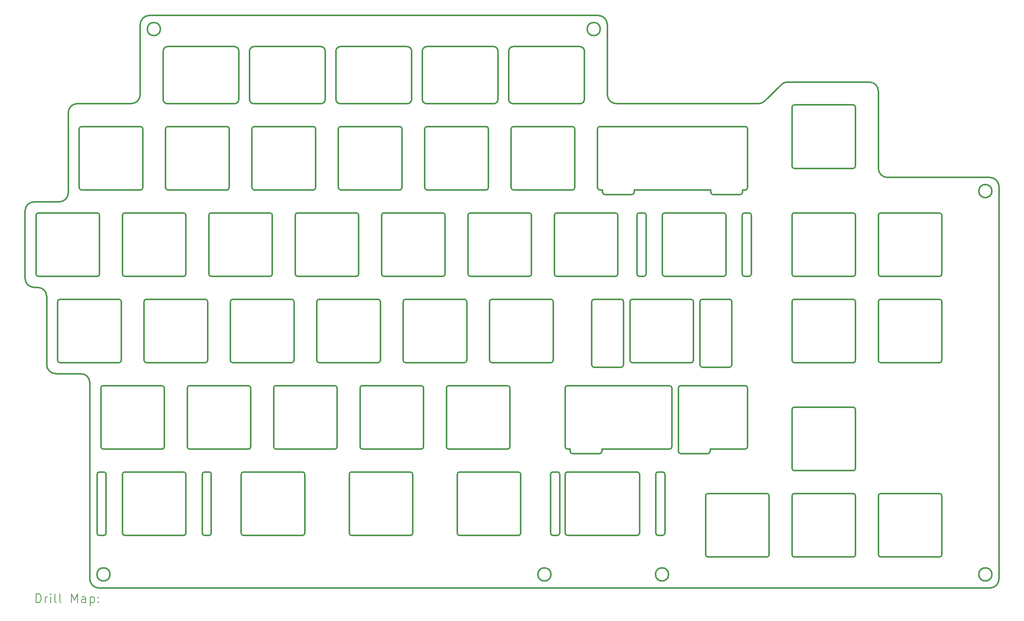
<source format=gbr>
%FSLAX45Y45*%
G04 Gerber Fmt 4.5, Leading zero omitted, Abs format (unit mm)*
G04 Created by KiCad (PCBNEW (6.0.5)) date 2022-07-28 20:29:54*
%MOMM*%
%LPD*%
G01*
G04 APERTURE LIST*
%TA.AperFunction,Profile*%
%ADD10C,0.300000*%
%TD*%
%ADD11C,0.200000*%
G04 APERTURE END LIST*
D10*
X14157280Y-8459645D02*
X14157280Y-7159645D01*
X17779155Y-9014635D02*
G75*
G03*
X17729155Y-9064645I5J-50005D01*
G01*
X12914175Y-3541845D02*
G75*
G03*
X12814180Y-3441845I-99995J5D01*
G01*
X23206030Y-13350895D02*
X23206030Y-14650895D01*
X9316030Y-10919645D02*
X8016030Y-10919645D01*
X5818525Y-15184645D02*
G75*
G03*
X6018530Y-15384645I200005J5D01*
G01*
X15269155Y-12824645D02*
X13969155Y-12824645D01*
X6729180Y-4699645D02*
G75*
G03*
X6929180Y-4499645I0J200000D01*
G01*
X15978530Y-12874645D02*
X15978530Y-14174645D01*
X18602905Y-12319635D02*
G75*
G03*
X18652905Y-12269645I5J49995D01*
G01*
X7937275Y-12874645D02*
G75*
G03*
X7887280Y-12824645I-49995J5D01*
G01*
X23206025Y-6128395D02*
G75*
G03*
X23406030Y-6328395I200005J5D01*
G01*
X4866025Y-10457145D02*
G75*
G03*
X5066030Y-10657145I200005J5D01*
G01*
X18083530Y-7159645D02*
X18083530Y-8459645D01*
X16178530Y-14174645D02*
X16178530Y-12874645D01*
X6537275Y-14174645D02*
G75*
G03*
X6587280Y-14224645I50005J5D01*
G01*
X9104175Y-3541845D02*
G75*
G03*
X9004180Y-3441845I-99995J5D01*
G01*
X16028530Y-12824640D02*
G75*
G03*
X15978530Y-12874645I0J-50000D01*
G01*
X20269780Y-6604645D02*
X20211080Y-6604645D01*
X24606030Y-14650895D02*
X24606030Y-13350895D01*
X13149175Y-4601845D02*
G75*
G03*
X13249180Y-4701845I100005J5D01*
G01*
X8016030Y-12319645D02*
X9316030Y-12319645D01*
X9439180Y-4701845D02*
X10909180Y-4701845D01*
X6537280Y-7159645D02*
X6537280Y-8459645D01*
X13126030Y-12319645D02*
X11826030Y-12319645D01*
X16459780Y-6604645D02*
X15159780Y-6604645D01*
X24556030Y-9014645D02*
X23256030Y-9014645D01*
X12252280Y-8459645D02*
X12252280Y-7159645D01*
X17535355Y-10514645D02*
X16935355Y-10514645D01*
X15507280Y-8509640D02*
G75*
G03*
X15557280Y-8459645I0J50000D01*
G01*
X10909180Y-4701840D02*
G75*
G03*
X11009180Y-4601845I0J100000D01*
G01*
X17462280Y-7159645D02*
X17462280Y-8459645D01*
X8889780Y-6554645D02*
X8889780Y-5254645D01*
X17729155Y-9064645D02*
X17729155Y-10364645D01*
X14819175Y-3541845D02*
G75*
G03*
X14719180Y-3441845I-99995J5D01*
G01*
X6587280Y-8509645D02*
X7887280Y-8509645D01*
X14683530Y-10414645D02*
X15983530Y-10414645D01*
X16350405Y-10919645D02*
X18602905Y-10919645D01*
X10794780Y-5254645D02*
X10794780Y-6554645D01*
X16509775Y-5254645D02*
G75*
G03*
X16459780Y-5204645I-49995J5D01*
G01*
X11747275Y-7159645D02*
G75*
G03*
X11697280Y-7109645I-49995J5D01*
G01*
X19511075Y-6654645D02*
G75*
G03*
X19561080Y-6704645I50005J5D01*
G01*
X15983530Y-10414640D02*
G75*
G03*
X16033530Y-10364645I0J50000D01*
G01*
X5977280Y-12874645D02*
X5977280Y-14174645D01*
X13969155Y-14224645D02*
X15269155Y-14224645D01*
X5584775Y-6554645D02*
G75*
G03*
X5634780Y-6604645I50005J5D01*
G01*
X17888530Y-14224645D02*
X16350405Y-14224645D01*
X20161080Y-6704640D02*
G75*
G03*
X20211080Y-6654645I0J50000D01*
G01*
X16112280Y-7109645D02*
X17412280Y-7109645D01*
X16724180Y-4601845D02*
X16724180Y-3541845D01*
X12728525Y-10364645D02*
G75*
G03*
X12778530Y-10414645I50005J5D01*
G01*
X10318525Y-9064645D02*
G75*
G03*
X10268530Y-9014645I-49995J5D01*
G01*
X23006030Y-4223395D02*
X21203985Y-4223395D01*
X23256030Y-10414645D02*
X24556030Y-10414645D01*
X12814180Y-4701840D02*
G75*
G03*
X12914180Y-4601845I0J100000D01*
G01*
X10744780Y-6604640D02*
G75*
G03*
X10794780Y-6554645I0J50000D01*
G01*
X9104180Y-4601845D02*
X9104180Y-3541845D01*
X18443525Y-8459645D02*
G75*
G03*
X18493530Y-8509645I50005J5D01*
G01*
X16724175Y-3541845D02*
G75*
G03*
X16624180Y-3441845I-99995J5D01*
G01*
X10556655Y-12874645D02*
G75*
G03*
X10506655Y-12824645I-49995J5D01*
G01*
X22651030Y-13300895D02*
X21351030Y-13300895D01*
X13249180Y-4701845D02*
X14719180Y-4701845D01*
X17823480Y-6604645D02*
X17823480Y-6654645D01*
X24556030Y-8509640D02*
G75*
G03*
X24606030Y-8459645I0J50000D01*
G01*
X21351030Y-10414645D02*
X22651030Y-10414645D01*
X9921030Y-10919645D02*
X11221030Y-10919645D01*
X17535355Y-10514635D02*
G75*
G03*
X17585355Y-10464645I5J49995D01*
G01*
X17123480Y-6604645D02*
X17064780Y-6604645D01*
X23206025Y-8459645D02*
G75*
G03*
X23256030Y-8509645I50005J5D01*
G01*
X12223530Y-9064645D02*
X12223530Y-10364645D01*
X22701025Y-4778395D02*
G75*
G03*
X22651030Y-4728395I-49995J5D01*
G01*
X14207280Y-7109645D02*
X15507280Y-7109645D01*
X13602280Y-8509640D02*
G75*
G03*
X13652280Y-8459645I0J50000D01*
G01*
X8297275Y-14174645D02*
G75*
G03*
X8347280Y-14224645I50005J5D01*
G01*
X8839780Y-6604640D02*
G75*
G03*
X8889780Y-6554645I0J50000D01*
G01*
X17883525Y-8459645D02*
G75*
G03*
X17933530Y-8509645I50005J5D01*
G01*
X11349780Y-5204640D02*
G75*
G03*
X11299780Y-5254645I0J-50000D01*
G01*
X5818525Y-10857145D02*
G75*
G03*
X5618530Y-10657145I-199995J5D01*
G01*
X8968530Y-9014645D02*
X10268530Y-9014645D01*
X13652280Y-7159645D02*
X13652280Y-8459645D01*
X8413525Y-9064645D02*
G75*
G03*
X8363530Y-9014645I-49995J5D01*
G01*
X4632275Y-8459645D02*
G75*
G03*
X4682280Y-8509645I50005J5D01*
G01*
X6984775Y-5254645D02*
G75*
G03*
X6934780Y-5204645I-49995J5D01*
G01*
X18581030Y-15084645D02*
G75*
G03*
X18581030Y-15084645I-145000J0D01*
G01*
X6587280Y-12824645D02*
X7887280Y-12824645D01*
X5066030Y-10657145D02*
X5618530Y-10657145D01*
X15507280Y-8509645D02*
X14207280Y-8509645D01*
X19922955Y-10514635D02*
G75*
G03*
X19972955Y-10464645I5J49995D01*
G01*
X4589780Y-6867145D02*
G75*
G03*
X4389780Y-7067145I0J-200000D01*
G01*
X22701030Y-4778395D02*
X22701030Y-6078395D01*
X7411030Y-12319640D02*
G75*
G03*
X7461030Y-12269645I0J50000D01*
G01*
X22701030Y-7159645D02*
X22701030Y-8459645D01*
X19272955Y-9064645D02*
X19272955Y-10464645D01*
X25711030Y-15084645D02*
G75*
G03*
X25711030Y-15084645I-145000J0D01*
G01*
X11244180Y-3541845D02*
X11244180Y-4601845D01*
X19843525Y-7159645D02*
G75*
G03*
X19793530Y-7109645I-49995J5D01*
G01*
X21351030Y-11395890D02*
G75*
G03*
X21301030Y-11445895I0J-50000D01*
G01*
X20319775Y-10969645D02*
G75*
G03*
X20269780Y-10919645I-49995J5D01*
G01*
X12302280Y-7109640D02*
G75*
G03*
X12252280Y-7159645I0J-50000D01*
G01*
X20319780Y-5254645D02*
X20319780Y-6554645D01*
X11271030Y-10969645D02*
X11271030Y-12269645D01*
X13176030Y-10969645D02*
X13176030Y-12269645D01*
X16350405Y-10919635D02*
G75*
G03*
X16300405Y-10969645I5J-50005D01*
G01*
X12728530Y-9064645D02*
X12728530Y-10364645D01*
X19496705Y-12319645D02*
X20269780Y-12319645D01*
X18796705Y-12369645D02*
G75*
G03*
X18846705Y-12419645I50005J5D01*
G01*
X18493530Y-7109645D02*
X19793530Y-7109645D01*
X13204780Y-5254645D02*
X13204780Y-6554645D01*
X18493530Y-7109640D02*
G75*
G03*
X18443530Y-7159645I0J-50000D01*
G01*
X23256030Y-8509645D02*
X24556030Y-8509645D01*
X18348530Y-12824645D02*
X18448530Y-12824645D01*
X17014780Y-6554645D02*
X17014780Y-5254645D01*
X6984780Y-6554645D02*
X6984780Y-5254645D01*
X21351030Y-4728395D02*
X22651030Y-4728395D01*
X7887280Y-8509640D02*
G75*
G03*
X7937280Y-8459645I0J50000D01*
G01*
X11537905Y-14174645D02*
G75*
G03*
X11587905Y-14224645I50005J5D01*
G01*
X5634780Y-5204640D02*
G75*
G03*
X5584780Y-5254645I0J-50000D01*
G01*
X16033530Y-10364645D02*
X16033530Y-9064645D01*
X10397280Y-7109645D02*
X11697280Y-7109645D01*
X15031030Y-12319640D02*
G75*
G03*
X15081030Y-12269645I0J50000D01*
G01*
X4589780Y-8752145D02*
X4666030Y-8752145D01*
X7887280Y-14224645D02*
X6587280Y-14224645D01*
X6027280Y-12824640D02*
G75*
G03*
X5977280Y-12874645I0J-50000D01*
G01*
X14719180Y-3441845D02*
X13249180Y-3441845D01*
X5818530Y-10857145D02*
X5818530Y-15184645D01*
X15159780Y-5204640D02*
G75*
G03*
X15109780Y-5254645I0J-50000D01*
G01*
X4389775Y-8552145D02*
G75*
G03*
X4589780Y-8752145I200005J5D01*
G01*
X12699780Y-5254645D02*
X12699780Y-6554645D01*
X11697280Y-8509645D02*
X10397280Y-8509645D01*
X5634780Y-6604645D02*
X6934780Y-6604645D01*
X15154180Y-3441840D02*
G75*
G03*
X15054180Y-3541845I0J-100000D01*
G01*
X12649780Y-6604640D02*
G75*
G03*
X12699780Y-6554645I0J50000D01*
G01*
X9444780Y-5204645D02*
X10744780Y-5204645D01*
X10823525Y-10364645D02*
G75*
G03*
X10873530Y-10414645I50005J5D01*
G01*
X9792280Y-8509640D02*
G75*
G03*
X9842280Y-8459645I0J50000D01*
G01*
X8918530Y-10364645D02*
X8918530Y-9064645D01*
X22701030Y-12745895D02*
X22701030Y-11445895D01*
X22651030Y-12795890D02*
G75*
G03*
X22701030Y-12745895I0J50000D01*
G01*
X11776030Y-12269645D02*
X11776030Y-10969645D01*
X16409105Y-12319645D02*
X16350405Y-12319645D01*
X9444780Y-5204640D02*
G75*
G03*
X9394780Y-5254645I0J-50000D01*
G01*
X19511080Y-6604645D02*
X17823480Y-6604645D01*
X8497275Y-12874645D02*
G75*
G03*
X8447280Y-12824645I-49995J5D01*
G01*
X19396030Y-14650895D02*
X19396030Y-13350895D01*
X11697280Y-8509640D02*
G75*
G03*
X11747280Y-8459645I0J50000D01*
G01*
X15319155Y-14174645D02*
X15319155Y-12874645D01*
X16350405Y-12824635D02*
G75*
G03*
X16300405Y-12874645I5J-50005D01*
G01*
X6018530Y-15384645D02*
X25666030Y-15384645D01*
X17729155Y-10364645D02*
G75*
G03*
X17779155Y-10414645I50005J5D01*
G01*
X21301025Y-14650895D02*
G75*
G03*
X21351030Y-14700895I50005J5D01*
G01*
X22651030Y-10414640D02*
G75*
G03*
X22701030Y-10364645I0J50000D01*
G01*
X14719180Y-4701840D02*
G75*
G03*
X14819180Y-4601845I0J100000D01*
G01*
X9366025Y-10969645D02*
G75*
G03*
X9316030Y-10919645I-49995J5D01*
G01*
X17229175Y-2954645D02*
G75*
G03*
X17029180Y-2754645I-199995J5D01*
G01*
X18348530Y-12824640D02*
G75*
G03*
X18298530Y-12874645I0J-50000D01*
G01*
X11009180Y-4601845D02*
X11009180Y-3541845D01*
X8447280Y-14224640D02*
G75*
G03*
X8497280Y-14174645I0J50000D01*
G01*
X15031030Y-10919645D02*
X13731030Y-10919645D01*
X6537275Y-8459645D02*
G75*
G03*
X6587280Y-8509645I50005J5D01*
G01*
X20319780Y-12269645D02*
X20319780Y-10969645D01*
X11244175Y-4601845D02*
G75*
G03*
X11344180Y-4701845I100005J5D01*
G01*
X14633525Y-10364645D02*
G75*
G03*
X14683530Y-10414645I50005J5D01*
G01*
X8492280Y-7109640D02*
G75*
G03*
X8442280Y-7159645I0J-50000D01*
G01*
X14207280Y-7109640D02*
G75*
G03*
X14157280Y-7159645I0J-50000D01*
G01*
X7434175Y-4601845D02*
G75*
G03*
X7534180Y-4701845I100005J5D01*
G01*
X7534180Y-4701845D02*
X9004180Y-4701845D01*
X9206655Y-14224645D02*
X10506655Y-14224645D01*
X25866025Y-6528395D02*
G75*
G03*
X25666030Y-6328395I-199995J5D01*
G01*
X15978525Y-14174645D02*
G75*
G03*
X16028530Y-14224645I50005J5D01*
G01*
X17123480Y-6654645D02*
X17123480Y-6604645D01*
X19129155Y-9064645D02*
G75*
G03*
X19079155Y-9014645I-49995J5D01*
G01*
X7887280Y-7109645D02*
X6587280Y-7109645D01*
X21351030Y-13300890D02*
G75*
G03*
X21301030Y-13350895I0J-50000D01*
G01*
X25866030Y-15184645D02*
X25866030Y-6528395D01*
X17123475Y-6654645D02*
G75*
G03*
X17173480Y-6704645I50005J5D01*
G01*
X7489775Y-6554645D02*
G75*
G03*
X7539780Y-6604645I50005J5D01*
G01*
X9156655Y-12874645D02*
X9156655Y-14174645D01*
X17938530Y-12874645D02*
X17938530Y-14174645D01*
X16062280Y-8459645D02*
X16062280Y-7159645D01*
X16300405Y-14174645D02*
G75*
G03*
X16350405Y-14224645I50005J5D01*
G01*
X7966030Y-10969645D02*
X7966030Y-12269645D01*
X21301030Y-13350895D02*
X21301030Y-14650895D01*
X14128530Y-10364645D02*
X14128530Y-9064645D01*
X16178525Y-12874645D02*
G75*
G03*
X16128530Y-12824645I-49995J5D01*
G01*
X22651030Y-9014645D02*
X21351030Y-9014645D01*
X15987280Y-15084645D02*
G75*
G03*
X15987280Y-15084645I-145000J0D01*
G01*
X17059105Y-12419635D02*
G75*
G03*
X17109105Y-12369645I5J49995D01*
G01*
X16128530Y-12824645D02*
X16028530Y-12824645D01*
X10268530Y-10414645D02*
X8968530Y-10414645D01*
X20253530Y-7109645D02*
X20353530Y-7109645D01*
X23256030Y-13300890D02*
G75*
G03*
X23206030Y-13350895I0J-50000D01*
G01*
X23206025Y-4423395D02*
G75*
G03*
X23006030Y-4223395I-199995J5D01*
G01*
X16062275Y-8459645D02*
G75*
G03*
X16112280Y-8509645I50005J5D01*
G01*
X10506655Y-12824645D02*
X9206655Y-12824645D01*
X7411030Y-12319645D02*
X6111030Y-12319645D01*
X14633530Y-9064645D02*
X14633530Y-10364645D01*
X13176025Y-10969645D02*
G75*
G03*
X13126030Y-10919645I-49995J5D01*
G01*
X22701025Y-7159645D02*
G75*
G03*
X22651030Y-7109645I-49995J5D01*
G01*
X9004180Y-3441845D02*
X7534180Y-3441845D01*
X19446030Y-13300890D02*
G75*
G03*
X19396030Y-13350895I0J-50000D01*
G01*
X17933530Y-7109640D02*
G75*
G03*
X17883530Y-7159645I0J-50000D01*
G01*
X10506655Y-14224635D02*
G75*
G03*
X10556655Y-14174645I5J49995D01*
G01*
X15081025Y-10969645D02*
G75*
G03*
X15031030Y-10919645I-49995J5D01*
G01*
X5982280Y-7109645D02*
X4682280Y-7109645D01*
X13204775Y-6554645D02*
G75*
G03*
X13254780Y-6604645I50005J5D01*
G01*
X23256030Y-7109640D02*
G75*
G03*
X23206030Y-7159645I0J-50000D01*
G01*
X13681025Y-12269645D02*
G75*
G03*
X13731030Y-12319645I50005J5D01*
G01*
X9366030Y-12269645D02*
X9366030Y-10969645D01*
X15269155Y-14224635D02*
G75*
G03*
X15319155Y-14174645I5J49995D01*
G01*
X18796705Y-10969645D02*
X18796705Y-12369645D01*
X13969155Y-12824635D02*
G75*
G03*
X13919155Y-12874645I5J-50005D01*
G01*
X17029180Y-2754645D02*
X7129180Y-2754645D01*
X8363530Y-10414640D02*
G75*
G03*
X8413530Y-10364645I0J50000D01*
G01*
X16885355Y-10464645D02*
X16885355Y-9064645D01*
X16935355Y-9014635D02*
G75*
G03*
X16885355Y-9064645I5J-50005D01*
G01*
X19446030Y-13300895D02*
X20746030Y-13300895D01*
X6177280Y-14174645D02*
X6177280Y-12874645D01*
X20353530Y-8509645D02*
X20253530Y-8509645D01*
X8889775Y-5254645D02*
G75*
G03*
X8839780Y-5204645I-49995J5D01*
G01*
X10347275Y-8459645D02*
G75*
G03*
X10397280Y-8509645I50005J5D01*
G01*
X15557275Y-7159645D02*
G75*
G03*
X15507280Y-7109645I-49995J5D01*
G01*
X20796030Y-13350895D02*
X20796030Y-14650895D01*
X7887280Y-14224640D02*
G75*
G03*
X7937280Y-14174645I0J50000D01*
G01*
X9206655Y-12824635D02*
G75*
G03*
X9156655Y-12874645I5J-50005D01*
G01*
X12223525Y-9064645D02*
G75*
G03*
X12173530Y-9014645I-49995J5D01*
G01*
X6032275Y-7159645D02*
G75*
G03*
X5982280Y-7109645I-49995J5D01*
G01*
X5584780Y-5254645D02*
X5584780Y-6554645D01*
X20203530Y-8459645D02*
X20203530Y-7159645D01*
X16128530Y-14224640D02*
G75*
G03*
X16178530Y-14174645I0J50000D01*
G01*
X19496705Y-12369645D02*
X19496705Y-12319645D01*
X15054180Y-3541845D02*
X15054180Y-4601845D01*
X16885355Y-10464645D02*
G75*
G03*
X16935355Y-10514645I50005J5D01*
G01*
X13149180Y-3541845D02*
X13149180Y-4601845D01*
X13254780Y-6604645D02*
X14554780Y-6604645D01*
X21351030Y-7109645D02*
X22651030Y-7109645D01*
X17938525Y-12874645D02*
G75*
G03*
X17888530Y-12824645I-49995J5D01*
G01*
X20269780Y-12319640D02*
G75*
G03*
X20319780Y-12269645I0J50000D01*
G01*
X11221030Y-12319640D02*
G75*
G03*
X11271030Y-12269645I0J50000D01*
G01*
X6027280Y-14224645D02*
X6127280Y-14224645D01*
X17773480Y-6704645D02*
X17173480Y-6704645D01*
X19793530Y-8509640D02*
G75*
G03*
X19843530Y-8459645I0J50000D01*
G01*
X12778530Y-10414645D02*
X14078530Y-10414645D01*
X22651030Y-8509645D02*
X21351030Y-8509645D01*
X16033525Y-9064645D02*
G75*
G03*
X15983530Y-9014645I-49995J5D01*
G01*
X12699775Y-5254645D02*
G75*
G03*
X12649780Y-5204645I-49995J5D01*
G01*
X10318530Y-9064645D02*
X10318530Y-10364645D01*
X6111030Y-10919645D02*
X7411030Y-10919645D01*
X20203525Y-8459645D02*
G75*
G03*
X20253530Y-8509645I50005J5D01*
G01*
X20746030Y-14700890D02*
G75*
G03*
X20796030Y-14650895I0J50000D01*
G01*
X22651030Y-6128395D02*
X21351030Y-6128395D01*
X16300405Y-12269645D02*
G75*
G03*
X16350405Y-12319645I50005J5D01*
G01*
X9792280Y-7109645D02*
X8492280Y-7109645D01*
X7937280Y-8459645D02*
X7937280Y-7159645D01*
X14683530Y-9014640D02*
G75*
G03*
X14633530Y-9064645I0J-50000D01*
G01*
X18448530Y-14224645D02*
X18348530Y-14224645D01*
X12173530Y-10414640D02*
G75*
G03*
X12223530Y-10364645I0J50000D01*
G01*
X20269780Y-6604640D02*
G75*
G03*
X20319780Y-6554645I0J50000D01*
G01*
X21351030Y-14700895D02*
X22651030Y-14700895D01*
X24606030Y-10364645D02*
X24606030Y-9064645D01*
X24606030Y-8459645D02*
X24606030Y-7159645D01*
X5542280Y-4699645D02*
G75*
G03*
X5342280Y-4899645I0J-200000D01*
G01*
X5108525Y-10364645D02*
G75*
G03*
X5158530Y-10414645I50005J5D01*
G01*
X5158530Y-9014640D02*
G75*
G03*
X5108530Y-9064645I0J-50000D01*
G01*
X12252275Y-8459645D02*
G75*
G03*
X12302280Y-8509645I50005J5D01*
G01*
X7013525Y-10364645D02*
G75*
G03*
X7063530Y-10414645I50005J5D01*
G01*
X19793530Y-8509645D02*
X18493530Y-8509645D01*
X13919155Y-12874645D02*
X13919155Y-14174645D01*
X13731030Y-12319645D02*
X15031030Y-12319645D01*
X17014775Y-6554645D02*
G75*
G03*
X17064780Y-6604645I50005J5D01*
G01*
X10347280Y-8459645D02*
X10347280Y-7159645D01*
X17412280Y-8509645D02*
X16112280Y-8509645D01*
X24556030Y-10414640D02*
G75*
G03*
X24606030Y-10364645I0J50000D01*
G01*
X9394775Y-6554645D02*
G75*
G03*
X9444780Y-6604645I50005J5D01*
G01*
X6061025Y-12269645D02*
G75*
G03*
X6111030Y-12319645I50005J5D01*
G01*
X9921030Y-10919640D02*
G75*
G03*
X9871030Y-10969645I0J-50000D01*
G01*
X25711030Y-6628395D02*
G75*
G03*
X25711030Y-6628395I-145000J0D01*
G01*
X11826030Y-10919640D02*
G75*
G03*
X11776030Y-10969645I0J-50000D01*
G01*
X23206030Y-9064645D02*
X23206030Y-10364645D01*
X21062563Y-4281973D02*
X20703470Y-4641066D01*
X8442275Y-8459645D02*
G75*
G03*
X8492280Y-8509645I50005J5D01*
G01*
X18846705Y-10919635D02*
G75*
G03*
X18796705Y-10969645I5J-50005D01*
G01*
X20562049Y-4699645D02*
X17429180Y-4699645D01*
X20269780Y-10919645D02*
X18846705Y-10919645D01*
X19079155Y-9014645D02*
X17779155Y-9014645D01*
X20211080Y-6604645D02*
X20211080Y-6654645D01*
X7966025Y-12269645D02*
G75*
G03*
X8016030Y-12319645I50005J5D01*
G01*
X6929180Y-2954645D02*
X6929180Y-4499645D01*
X20562049Y-4699643D02*
G75*
G03*
X20703470Y-4641066I1J200003D01*
G01*
X5977275Y-14174645D02*
G75*
G03*
X6027280Y-14224645I50005J5D01*
G01*
X6061030Y-12269645D02*
X6061030Y-10969645D01*
X11587905Y-12824645D02*
X12887905Y-12824645D01*
X23256030Y-9014640D02*
G75*
G03*
X23206030Y-9064645I0J-50000D01*
G01*
X6934780Y-5204645D02*
X5634780Y-5204645D01*
X7937275Y-7159645D02*
G75*
G03*
X7887280Y-7109645I-49995J5D01*
G01*
X16624180Y-4701840D02*
G75*
G03*
X16724180Y-4601845I0J100000D01*
G01*
X16935355Y-9014645D02*
X17535355Y-9014645D01*
X22651030Y-11395895D02*
X21351030Y-11395895D01*
X17074180Y-3054645D02*
G75*
G03*
X17074180Y-3054645I-145000J0D01*
G01*
X17059105Y-12419645D02*
X16459105Y-12419645D01*
X17585355Y-9064645D02*
G75*
G03*
X17535355Y-9014645I-49995J5D01*
G01*
X18652905Y-10969645D02*
X18652905Y-12269645D01*
X12887905Y-14224635D02*
G75*
G03*
X12937905Y-14174645I5J49995D01*
G01*
X6127280Y-12824645D02*
X6027280Y-12824645D01*
X20253530Y-7109640D02*
G75*
G03*
X20203530Y-7159645I0J-50000D01*
G01*
X9439180Y-3441840D02*
G75*
G03*
X9339180Y-3541845I0J-100000D01*
G01*
X22651030Y-6128390D02*
G75*
G03*
X22701030Y-6078395I0J50000D01*
G01*
X21351030Y-7109640D02*
G75*
G03*
X21301030Y-7159645I0J-50000D01*
G01*
X14604780Y-6554645D02*
X14604780Y-5254645D01*
X19322955Y-10514645D02*
X19922955Y-10514645D01*
X15983530Y-9014645D02*
X14683530Y-9014645D01*
X9842280Y-8459645D02*
X9842280Y-7159645D01*
X16624180Y-3441845D02*
X15154180Y-3441845D01*
X7534180Y-3441840D02*
G75*
G03*
X7434180Y-3541845I0J-100000D01*
G01*
X20403530Y-7159645D02*
X20403530Y-8459645D01*
X19972955Y-9064645D02*
G75*
G03*
X19922955Y-9014645I-49995J5D01*
G01*
X20746030Y-14700895D02*
X19446030Y-14700895D01*
X9394780Y-6554645D02*
X9394780Y-5254645D01*
X5142280Y-6867145D02*
X4589780Y-6867145D01*
X7539780Y-6604645D02*
X8839780Y-6604645D01*
X21203985Y-4223399D02*
G75*
G03*
X21062563Y-4281973I-5J-200001D01*
G01*
X15154180Y-4701845D02*
X16624180Y-4701845D01*
X14604775Y-5254645D02*
G75*
G03*
X14554780Y-5204645I-49995J5D01*
G01*
X11299775Y-6554645D02*
G75*
G03*
X11349780Y-6604645I50005J5D01*
G01*
X14078530Y-9014645D02*
X12778530Y-9014645D01*
X16409105Y-12369645D02*
G75*
G03*
X16459105Y-12419645I50005J5D01*
G01*
X5142280Y-6867145D02*
G75*
G03*
X5342280Y-6667145I0J200000D01*
G01*
X16509780Y-5254645D02*
X16509780Y-6554645D01*
X4866025Y-8952145D02*
G75*
G03*
X4666030Y-8752145I-199995J5D01*
G01*
X11299780Y-6554645D02*
X11299780Y-5254645D01*
X21351030Y-12795895D02*
X22651030Y-12795895D01*
X8297280Y-14174645D02*
X8297280Y-12874645D01*
X9339175Y-4601845D02*
G75*
G03*
X9439180Y-4701845I100005J5D01*
G01*
X10909180Y-3441845D02*
X9439180Y-3441845D01*
X6111030Y-10919640D02*
G75*
G03*
X6061030Y-10969645I0J-50000D01*
G01*
X11349780Y-5204645D02*
X12649780Y-5204645D01*
X23206025Y-14650895D02*
G75*
G03*
X23256030Y-14700895I50005J5D01*
G01*
X18083525Y-7159645D02*
G75*
G03*
X18033530Y-7109645I-49995J5D01*
G01*
X9339180Y-3541845D02*
X9339180Y-4601845D01*
X20796025Y-13350895D02*
G75*
G03*
X20746030Y-13300895I-49995J5D01*
G01*
X24606025Y-13350895D02*
G75*
G03*
X24556030Y-13300895I-49995J5D01*
G01*
X11271025Y-10969645D02*
G75*
G03*
X11221030Y-10919645I-49995J5D01*
G01*
X6127280Y-14224640D02*
G75*
G03*
X6177280Y-14174645I0J50000D01*
G01*
X16409105Y-12369645D02*
X16409105Y-12319645D01*
X25666030Y-6328395D02*
X23406030Y-6328395D01*
X7063530Y-9014645D02*
X8363530Y-9014645D01*
X11537905Y-14174645D02*
X11537905Y-12874645D01*
X13652275Y-7159645D02*
G75*
G03*
X13602280Y-7109645I-49995J5D01*
G01*
X18033530Y-8509640D02*
G75*
G03*
X18083530Y-8459645I0J50000D01*
G01*
X15557280Y-7159645D02*
X15557280Y-8459645D01*
X13254780Y-5204640D02*
G75*
G03*
X13204780Y-5254645I0J-50000D01*
G01*
X8413530Y-9064645D02*
X8413530Y-10364645D01*
X5108530Y-10364645D02*
X5108530Y-9064645D01*
X6934780Y-6604640D02*
G75*
G03*
X6984780Y-6554645I0J50000D01*
G01*
X15054175Y-4601845D02*
G75*
G03*
X15154180Y-4701845I100005J5D01*
G01*
X10823530Y-10364645D02*
X10823530Y-9064645D01*
X7063530Y-9014640D02*
G75*
G03*
X7013530Y-9064645I0J-50000D01*
G01*
X19511080Y-6654645D02*
X19511080Y-6604645D01*
X20161080Y-6704645D02*
X19561080Y-6704645D01*
X15109775Y-6554645D02*
G75*
G03*
X15159780Y-6604645I50005J5D01*
G01*
X4682280Y-7109640D02*
G75*
G03*
X4632280Y-7159645I0J-50000D01*
G01*
X4682280Y-8509645D02*
X5982280Y-8509645D01*
X5982280Y-8509640D02*
G75*
G03*
X6032280Y-8459645I0J50000D01*
G01*
X18448530Y-14224640D02*
G75*
G03*
X18498530Y-14174645I0J50000D01*
G01*
X17888530Y-14224640D02*
G75*
G03*
X17938530Y-14174645I0J50000D01*
G01*
X14819180Y-4601845D02*
X14819180Y-3541845D01*
X12937905Y-12874645D02*
G75*
G03*
X12887905Y-12824645I-49995J5D01*
G01*
X19972955Y-10464645D02*
X19972955Y-9064645D01*
X14078530Y-10414640D02*
G75*
G03*
X14128530Y-10364645I0J50000D01*
G01*
X13602280Y-8509645D02*
X12302280Y-8509645D01*
X17229180Y-4499645D02*
X17229180Y-2954645D01*
X8447280Y-14224645D02*
X8347280Y-14224645D01*
X18498530Y-12874645D02*
X18498530Y-14174645D01*
X20319775Y-5254645D02*
G75*
G03*
X20269780Y-5204645I-49995J5D01*
G01*
X6587280Y-7109640D02*
G75*
G03*
X6537280Y-7159645I0J-50000D01*
G01*
X20403525Y-7159645D02*
G75*
G03*
X20353530Y-7109645I-49995J5D01*
G01*
X15319155Y-12874645D02*
G75*
G03*
X15269155Y-12824645I-49995J5D01*
G01*
X8347280Y-12824645D02*
X8447280Y-12824645D01*
X8839780Y-5204645D02*
X7539780Y-5204645D01*
X12778530Y-9014640D02*
G75*
G03*
X12728530Y-9064645I0J-50000D01*
G01*
X7129180Y-2754640D02*
G75*
G03*
X6929180Y-2954645I0J-200000D01*
G01*
X7434180Y-3541845D02*
X7434180Y-4601845D01*
X11826030Y-10919645D02*
X13126030Y-10919645D01*
X8492280Y-8509645D02*
X9792280Y-8509645D01*
X24556030Y-7109645D02*
X23256030Y-7109645D01*
X21301030Y-8459645D02*
X21301030Y-7159645D01*
X23256030Y-14700895D02*
X24556030Y-14700895D01*
X12649780Y-6604645D02*
X11349780Y-6604645D01*
X22701030Y-14650895D02*
X22701030Y-13350895D01*
X17064780Y-5204645D02*
X20269780Y-5204645D01*
X7374180Y-3054645D02*
G75*
G03*
X7374180Y-3054645I-145000J0D01*
G01*
X17412280Y-8509640D02*
G75*
G03*
X17462280Y-8459645I0J50000D01*
G01*
X15109780Y-6554645D02*
X15109780Y-5254645D01*
X16300405Y-14174645D02*
X16300405Y-12874645D01*
X8347280Y-12824640D02*
G75*
G03*
X8297280Y-12874645I0J-50000D01*
G01*
X9156655Y-14174645D02*
G75*
G03*
X9206655Y-14224645I50005J5D01*
G01*
X10744780Y-6604645D02*
X9444780Y-6604645D01*
X5158530Y-9014645D02*
X6458530Y-9014645D01*
X7461025Y-10969645D02*
G75*
G03*
X7411030Y-10919645I-49995J5D01*
G01*
X19272955Y-10464645D02*
G75*
G03*
X19322955Y-10514645I50005J5D01*
G01*
X18498525Y-12874645D02*
G75*
G03*
X18448530Y-12824645I-49995J5D01*
G01*
X10873530Y-9014645D02*
X12173530Y-9014645D01*
X11747280Y-7159645D02*
X11747280Y-8459645D01*
X18298530Y-14174645D02*
X18298530Y-12874645D01*
X10873530Y-9014640D02*
G75*
G03*
X10823530Y-9064645I0J-50000D01*
G01*
X17064780Y-5204640D02*
G75*
G03*
X17014780Y-5254645I0J-50000D01*
G01*
X9004180Y-4701840D02*
G75*
G03*
X9104180Y-4601845I0J100000D01*
G01*
X21351030Y-4728390D02*
G75*
G03*
X21301030Y-4778395I0J-50000D01*
G01*
X6508530Y-9064645D02*
X6508530Y-10364645D01*
X23206030Y-7159645D02*
X23206030Y-8459645D01*
X16350405Y-12824645D02*
X17888530Y-12824645D01*
X12914180Y-4601845D02*
X12914180Y-3541845D01*
X4866030Y-8952145D02*
X4866030Y-10457145D01*
X6177275Y-12874645D02*
G75*
G03*
X6127280Y-12824645I-49995J5D01*
G01*
X24606025Y-7159645D02*
G75*
G03*
X24556030Y-7109645I-49995J5D01*
G01*
X21301025Y-8459645D02*
G75*
G03*
X21351030Y-8509645I50005J5D01*
G01*
X11009175Y-3541845D02*
G75*
G03*
X10909180Y-3441845I-99995J5D01*
G01*
X4389780Y-7067145D02*
X4389780Y-8552145D01*
X7461030Y-10969645D02*
X7461030Y-12269645D01*
X17773480Y-6704640D02*
G75*
G03*
X17823480Y-6654645I0J50000D01*
G01*
X24606025Y-9064645D02*
G75*
G03*
X24556030Y-9014645I-49995J5D01*
G01*
X18652905Y-10969645D02*
G75*
G03*
X18602905Y-10919645I-49995J5D01*
G01*
X12814180Y-3441845D02*
X11344180Y-3441845D01*
X22701025Y-11445895D02*
G75*
G03*
X22651030Y-11395895I-49995J5D01*
G01*
X4632280Y-7159645D02*
X4632280Y-8459645D01*
X16459780Y-6604640D02*
G75*
G03*
X16509780Y-6554645I0J50000D01*
G01*
X6537280Y-14174645D02*
X6537280Y-12874645D01*
X11344180Y-3441840D02*
G75*
G03*
X11244180Y-3541845I0J-100000D01*
G01*
X10397280Y-7109640D02*
G75*
G03*
X10347280Y-7159645I0J-50000D01*
G01*
X12302280Y-7109645D02*
X13602280Y-7109645D01*
X15159780Y-5204645D02*
X16459780Y-5204645D01*
X17585355Y-9064645D02*
X17585355Y-10464645D01*
X8363530Y-10414645D02*
X7063530Y-10414645D01*
X11221030Y-12319645D02*
X9921030Y-12319645D01*
X11587905Y-12824635D02*
G75*
G03*
X11537905Y-12874645I5J-50005D01*
G01*
X18443530Y-8459645D02*
X18443530Y-7159645D01*
X13126030Y-12319640D02*
G75*
G03*
X13176030Y-12269645I0J50000D01*
G01*
X13681030Y-10969645D02*
X13681030Y-12269645D01*
X9842275Y-7159645D02*
G75*
G03*
X9792280Y-7109645I-49995J5D01*
G01*
X19843530Y-7159645D02*
X19843530Y-8459645D01*
X6032280Y-8459645D02*
X6032280Y-7159645D01*
X21301025Y-12745895D02*
G75*
G03*
X21351030Y-12795895I50005J5D01*
G01*
X24556030Y-14700890D02*
G75*
G03*
X24606030Y-14650895I0J50000D01*
G01*
X17933530Y-7109645D02*
X18033530Y-7109645D01*
X7013530Y-10364645D02*
X7013530Y-9064645D01*
X21301030Y-11445895D02*
X21301030Y-12745895D01*
X22651030Y-14700890D02*
G75*
G03*
X22701030Y-14650895I0J50000D01*
G01*
X12937905Y-12874645D02*
X12937905Y-14174645D01*
X19129155Y-10364645D02*
X19129155Y-9064645D01*
X9316030Y-12319640D02*
G75*
G03*
X9366030Y-12269645I0J50000D01*
G01*
X11776025Y-12269645D02*
G75*
G03*
X11826030Y-12319645I50005J5D01*
G01*
X22651030Y-8509640D02*
G75*
G03*
X22701030Y-8459645I0J50000D01*
G01*
X19922955Y-9014645D02*
X19322955Y-9014645D01*
X21351030Y-9014640D02*
G75*
G03*
X21301030Y-9064645I0J-50000D01*
G01*
X16028530Y-14224645D02*
X16128530Y-14224645D01*
X8016030Y-10919640D02*
G75*
G03*
X7966030Y-10969645I0J-50000D01*
G01*
X9871025Y-12269645D02*
G75*
G03*
X9921030Y-12319645I50005J5D01*
G01*
X10794775Y-5254645D02*
G75*
G03*
X10744780Y-5204645I-49995J5D01*
G01*
X13731030Y-10919640D02*
G75*
G03*
X13681030Y-10969645I0J-50000D01*
G01*
X21301030Y-9064645D02*
X21301030Y-10364645D01*
X6729180Y-4699645D02*
X5542280Y-4699645D01*
X17229175Y-4499645D02*
G75*
G03*
X17429180Y-4699645I200005J5D01*
G01*
X14554780Y-5204645D02*
X13254780Y-5204645D01*
X13919155Y-14174645D02*
G75*
G03*
X13969155Y-14224645I50005J5D01*
G01*
X23206025Y-10364645D02*
G75*
G03*
X23256030Y-10414645I50005J5D01*
G01*
X8442280Y-7159645D02*
X8442280Y-8459645D01*
X19446705Y-12419635D02*
G75*
G03*
X19496705Y-12369645I5J49995D01*
G01*
X19322955Y-9014635D02*
G75*
G03*
X19272955Y-9064645I5J-50005D01*
G01*
X22701025Y-9064645D02*
G75*
G03*
X22651030Y-9014645I-49995J5D01*
G01*
X10268530Y-10414640D02*
G75*
G03*
X10318530Y-10364645I0J50000D01*
G01*
X19396025Y-14650895D02*
G75*
G03*
X19446030Y-14700895I50005J5D01*
G01*
X16300405Y-12269645D02*
X16300405Y-10969645D01*
X17109105Y-12319645D02*
X17109105Y-12369645D01*
X5342280Y-4899645D02*
X5342280Y-6667145D01*
X14554780Y-6604640D02*
G75*
G03*
X14604780Y-6554645I0J50000D01*
G01*
X21301025Y-6078395D02*
G75*
G03*
X21351030Y-6128395I50005J5D01*
G01*
X22701025Y-13350895D02*
G75*
G03*
X22651030Y-13300895I-49995J5D01*
G01*
X18033530Y-8509645D02*
X17933530Y-8509645D01*
X7937280Y-12874645D02*
X7937280Y-14174645D01*
X12173530Y-10414645D02*
X10873530Y-10414645D01*
X6508525Y-9064645D02*
G75*
G03*
X6458530Y-9014645I-49995J5D01*
G01*
X18846705Y-12419645D02*
X19446705Y-12419645D01*
X23206030Y-6128395D02*
X23206030Y-4423395D01*
X12887905Y-14224645D02*
X11587905Y-14224645D01*
X19079155Y-10414635D02*
G75*
G03*
X19129155Y-10364645I5J49995D01*
G01*
X8968530Y-9014640D02*
G75*
G03*
X8918530Y-9064645I0J-50000D01*
G01*
X6458530Y-10414640D02*
G75*
G03*
X6508530Y-10364645I0J50000D01*
G01*
X18298525Y-14174645D02*
G75*
G03*
X18348530Y-14224645I50005J5D01*
G01*
X11344180Y-4701845D02*
X12814180Y-4701845D01*
X17462275Y-7159645D02*
G75*
G03*
X17412280Y-7109645I-49995J5D01*
G01*
X15081030Y-12269645D02*
X15081030Y-10969645D01*
X24556030Y-13300895D02*
X23256030Y-13300895D01*
X22701030Y-10364645D02*
X22701030Y-9064645D01*
X10556655Y-14174645D02*
X10556655Y-12874645D01*
X17883530Y-8459645D02*
X17883530Y-7159645D01*
X6263530Y-15084645D02*
G75*
G03*
X6263530Y-15084645I-145000J0D01*
G01*
X7489780Y-5254645D02*
X7489780Y-6554645D01*
X9871030Y-12269645D02*
X9871030Y-10969645D01*
X21301030Y-6078395D02*
X21301030Y-4778395D01*
X13249180Y-3441840D02*
G75*
G03*
X13149180Y-3541845I0J-100000D01*
G01*
X18602905Y-12319645D02*
X17109105Y-12319645D01*
X16112280Y-7109640D02*
G75*
G03*
X16062280Y-7159645I0J-50000D01*
G01*
X20353530Y-8509640D02*
G75*
G03*
X20403530Y-8459645I0J50000D01*
G01*
X6587280Y-12824640D02*
G75*
G03*
X6537280Y-12874645I0J-50000D01*
G01*
X7539780Y-5204640D02*
G75*
G03*
X7489780Y-5254645I0J-50000D01*
G01*
X8918525Y-10364645D02*
G75*
G03*
X8968530Y-10414645I50005J5D01*
G01*
X17779155Y-10414645D02*
X19079155Y-10414645D01*
X14157275Y-8459645D02*
G75*
G03*
X14207280Y-8509645I50005J5D01*
G01*
X21301025Y-10364645D02*
G75*
G03*
X21351030Y-10414645I50005J5D01*
G01*
X14128525Y-9064645D02*
G75*
G03*
X14078530Y-9014645I-49995J5D01*
G01*
X25666030Y-15384640D02*
G75*
G03*
X25866030Y-15184645I0J200000D01*
G01*
X8497280Y-12874645D02*
X8497280Y-14174645D01*
X6458530Y-10414645D02*
X5158530Y-10414645D01*
D11*
X4632399Y-15710121D02*
X4632399Y-15510121D01*
X4680018Y-15510121D01*
X4708590Y-15519645D01*
X4727637Y-15538692D01*
X4737161Y-15557740D01*
X4746685Y-15595835D01*
X4746685Y-15624407D01*
X4737161Y-15662502D01*
X4727637Y-15681549D01*
X4708590Y-15700597D01*
X4680018Y-15710121D01*
X4632399Y-15710121D01*
X4832399Y-15710121D02*
X4832399Y-15576787D01*
X4832399Y-15614883D02*
X4841923Y-15595835D01*
X4851447Y-15586311D01*
X4870495Y-15576787D01*
X4889542Y-15576787D01*
X4956209Y-15710121D02*
X4956209Y-15576787D01*
X4956209Y-15510121D02*
X4946685Y-15519645D01*
X4956209Y-15529168D01*
X4965733Y-15519645D01*
X4956209Y-15510121D01*
X4956209Y-15529168D01*
X5080018Y-15710121D02*
X5060971Y-15700597D01*
X5051447Y-15681549D01*
X5051447Y-15510121D01*
X5184780Y-15710121D02*
X5165733Y-15700597D01*
X5156209Y-15681549D01*
X5156209Y-15510121D01*
X5413352Y-15710121D02*
X5413352Y-15510121D01*
X5480018Y-15652978D01*
X5546685Y-15510121D01*
X5546685Y-15710121D01*
X5727637Y-15710121D02*
X5727637Y-15605359D01*
X5718114Y-15586311D01*
X5699066Y-15576787D01*
X5660971Y-15576787D01*
X5641923Y-15586311D01*
X5727637Y-15700597D02*
X5708590Y-15710121D01*
X5660971Y-15710121D01*
X5641923Y-15700597D01*
X5632399Y-15681549D01*
X5632399Y-15662502D01*
X5641923Y-15643454D01*
X5660971Y-15633930D01*
X5708590Y-15633930D01*
X5727637Y-15624407D01*
X5822875Y-15576787D02*
X5822875Y-15776787D01*
X5822875Y-15586311D02*
X5841923Y-15576787D01*
X5880018Y-15576787D01*
X5899066Y-15586311D01*
X5908590Y-15595835D01*
X5918114Y-15614883D01*
X5918114Y-15672026D01*
X5908590Y-15691073D01*
X5899066Y-15700597D01*
X5880018Y-15710121D01*
X5841923Y-15710121D01*
X5822875Y-15700597D01*
X6003828Y-15691073D02*
X6013352Y-15700597D01*
X6003828Y-15710121D01*
X5994304Y-15700597D01*
X6003828Y-15691073D01*
X6003828Y-15710121D01*
X6003828Y-15586311D02*
X6013352Y-15595835D01*
X6003828Y-15605359D01*
X5994304Y-15595835D01*
X6003828Y-15586311D01*
X6003828Y-15605359D01*
M02*

</source>
